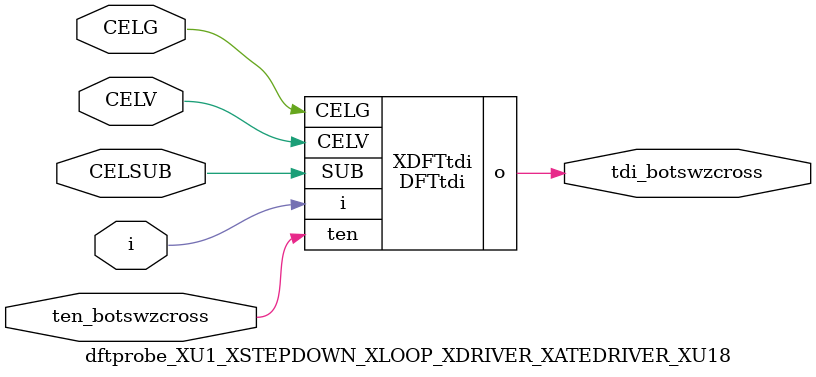
<source format=v>


module DFTtdi ( o, CELV, SUB, i, ten, CELG );

  input CELV;
  input ten;
  input i;
  output o;
  input CELG;
  input SUB;
endmodule


module dftprobe_XU1_XSTEPDOWN_XLOOP_XDRIVER_XATEDRIVER_XU18 (i,tdi_botswzcross,ten_botswzcross,CELG,CELSUB,CELV);
input  i;
output  tdi_botswzcross;
input  ten_botswzcross;
input  CELG;
input  CELSUB;
input  CELV;

DFTtdi XDFTtdi(
  .i (i),
  .o (tdi_botswzcross),
  .ten (ten_botswzcross),
  .CELG (CELG),
  .SUB (CELSUB),
  .CELV (CELV)
);

endmodule


</source>
